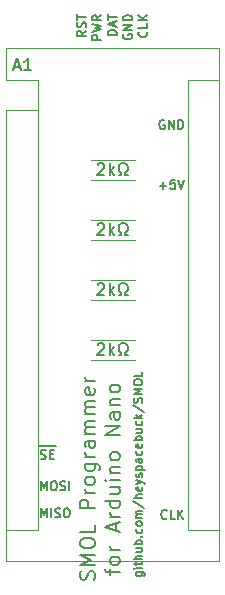
<source format=gbr>
G04 #@! TF.GenerationSoftware,KiCad,Pcbnew,(5.1.2)-1*
G04 #@! TF.CreationDate,2019-05-25T09:46:59-07:00*
G04 #@! TF.ProjectId,programmer,70726f67-7261-46d6-9d65-722e6b696361,rev?*
G04 #@! TF.SameCoordinates,Original*
G04 #@! TF.FileFunction,Legend,Top*
G04 #@! TF.FilePolarity,Positive*
%FSLAX46Y46*%
G04 Gerber Fmt 4.6, Leading zero omitted, Abs format (unit mm)*
G04 Created by KiCad (PCBNEW (5.1.2)-1) date 2019-05-25 09:46:59*
%MOMM*%
%LPD*%
G04 APERTURE LIST*
%ADD10C,0.152400*%
%ADD11C,0.203200*%
%ADD12C,0.158750*%
%ADD13C,0.120000*%
%ADD14C,0.150000*%
G04 APERTURE END LIST*
D10*
X29946600Y-64541400D02*
X30522333Y-64541400D01*
X30590066Y-64575266D01*
X30623933Y-64609133D01*
X30657800Y-64676866D01*
X30657800Y-64778466D01*
X30623933Y-64846200D01*
X30386866Y-64541400D02*
X30420733Y-64609133D01*
X30420733Y-64744600D01*
X30386866Y-64812333D01*
X30353000Y-64846200D01*
X30285266Y-64880066D01*
X30082066Y-64880066D01*
X30014333Y-64846200D01*
X29980466Y-64812333D01*
X29946600Y-64744600D01*
X29946600Y-64609133D01*
X29980466Y-64541400D01*
X30420733Y-64202733D02*
X29946600Y-64202733D01*
X29709533Y-64202733D02*
X29743400Y-64236600D01*
X29777266Y-64202733D01*
X29743400Y-64168866D01*
X29709533Y-64202733D01*
X29777266Y-64202733D01*
X29946600Y-63965666D02*
X29946600Y-63694733D01*
X29709533Y-63864066D02*
X30319133Y-63864066D01*
X30386866Y-63830200D01*
X30420733Y-63762466D01*
X30420733Y-63694733D01*
X30420733Y-63457666D02*
X29709533Y-63457666D01*
X30420733Y-63152866D02*
X30048200Y-63152866D01*
X29980466Y-63186733D01*
X29946600Y-63254466D01*
X29946600Y-63356066D01*
X29980466Y-63423800D01*
X30014333Y-63457666D01*
X29946600Y-62509400D02*
X30420733Y-62509400D01*
X29946600Y-62814200D02*
X30319133Y-62814200D01*
X30386866Y-62780333D01*
X30420733Y-62712600D01*
X30420733Y-62611000D01*
X30386866Y-62543266D01*
X30353000Y-62509400D01*
X30420733Y-62170733D02*
X29709533Y-62170733D01*
X29980466Y-62170733D02*
X29946600Y-62103000D01*
X29946600Y-61967533D01*
X29980466Y-61899800D01*
X30014333Y-61865933D01*
X30082066Y-61832066D01*
X30285266Y-61832066D01*
X30353000Y-61865933D01*
X30386866Y-61899800D01*
X30420733Y-61967533D01*
X30420733Y-62103000D01*
X30386866Y-62170733D01*
X30353000Y-61527266D02*
X30386866Y-61493400D01*
X30420733Y-61527266D01*
X30386866Y-61561133D01*
X30353000Y-61527266D01*
X30420733Y-61527266D01*
X30386866Y-60883800D02*
X30420733Y-60951533D01*
X30420733Y-61087000D01*
X30386866Y-61154733D01*
X30353000Y-61188600D01*
X30285266Y-61222466D01*
X30082066Y-61222466D01*
X30014333Y-61188600D01*
X29980466Y-61154733D01*
X29946600Y-61087000D01*
X29946600Y-60951533D01*
X29980466Y-60883800D01*
X30420733Y-60477400D02*
X30386866Y-60545133D01*
X30353000Y-60579000D01*
X30285266Y-60612866D01*
X30082066Y-60612866D01*
X30014333Y-60579000D01*
X29980466Y-60545133D01*
X29946600Y-60477400D01*
X29946600Y-60375800D01*
X29980466Y-60308066D01*
X30014333Y-60274200D01*
X30082066Y-60240333D01*
X30285266Y-60240333D01*
X30353000Y-60274200D01*
X30386866Y-60308066D01*
X30420733Y-60375800D01*
X30420733Y-60477400D01*
X30420733Y-59935533D02*
X29946600Y-59935533D01*
X30014333Y-59935533D02*
X29980466Y-59901666D01*
X29946600Y-59833933D01*
X29946600Y-59732333D01*
X29980466Y-59664600D01*
X30048200Y-59630733D01*
X30420733Y-59630733D01*
X30048200Y-59630733D02*
X29980466Y-59596866D01*
X29946600Y-59529133D01*
X29946600Y-59427533D01*
X29980466Y-59359800D01*
X30048200Y-59325933D01*
X30420733Y-59325933D01*
X29675666Y-58479266D02*
X30590066Y-59088866D01*
X30420733Y-58242200D02*
X29709533Y-58242200D01*
X30420733Y-57937400D02*
X30048200Y-57937400D01*
X29980466Y-57971266D01*
X29946600Y-58039000D01*
X29946600Y-58140600D01*
X29980466Y-58208333D01*
X30014333Y-58242200D01*
X30386866Y-57327800D02*
X30420733Y-57395533D01*
X30420733Y-57531000D01*
X30386866Y-57598733D01*
X30319133Y-57632600D01*
X30048200Y-57632600D01*
X29980466Y-57598733D01*
X29946600Y-57531000D01*
X29946600Y-57395533D01*
X29980466Y-57327800D01*
X30048200Y-57293933D01*
X30115933Y-57293933D01*
X30183666Y-57632600D01*
X29946600Y-57056866D02*
X30420733Y-56887533D01*
X29946600Y-56718200D02*
X30420733Y-56887533D01*
X30590066Y-56955266D01*
X30623933Y-56989133D01*
X30657800Y-57056866D01*
X30386866Y-56481133D02*
X30420733Y-56413400D01*
X30420733Y-56277933D01*
X30386866Y-56210200D01*
X30319133Y-56176333D01*
X30285266Y-56176333D01*
X30217533Y-56210200D01*
X30183666Y-56277933D01*
X30183666Y-56379533D01*
X30149800Y-56447266D01*
X30082066Y-56481133D01*
X30048200Y-56481133D01*
X29980466Y-56447266D01*
X29946600Y-56379533D01*
X29946600Y-56277933D01*
X29980466Y-56210200D01*
X29946600Y-55871533D02*
X30657800Y-55871533D01*
X29980466Y-55871533D02*
X29946600Y-55803800D01*
X29946600Y-55668333D01*
X29980466Y-55600600D01*
X30014333Y-55566733D01*
X30082066Y-55532866D01*
X30285266Y-55532866D01*
X30353000Y-55566733D01*
X30386866Y-55600600D01*
X30420733Y-55668333D01*
X30420733Y-55803800D01*
X30386866Y-55871533D01*
X30420733Y-54923266D02*
X30048200Y-54923266D01*
X29980466Y-54957133D01*
X29946600Y-55024866D01*
X29946600Y-55160333D01*
X29980466Y-55228066D01*
X30386866Y-54923266D02*
X30420733Y-54991000D01*
X30420733Y-55160333D01*
X30386866Y-55228066D01*
X30319133Y-55261933D01*
X30251400Y-55261933D01*
X30183666Y-55228066D01*
X30149800Y-55160333D01*
X30149800Y-54991000D01*
X30115933Y-54923266D01*
X30386866Y-54279800D02*
X30420733Y-54347533D01*
X30420733Y-54483000D01*
X30386866Y-54550733D01*
X30353000Y-54584600D01*
X30285266Y-54618466D01*
X30082066Y-54618466D01*
X30014333Y-54584600D01*
X29980466Y-54550733D01*
X29946600Y-54483000D01*
X29946600Y-54347533D01*
X29980466Y-54279800D01*
X30386866Y-53704066D02*
X30420733Y-53771800D01*
X30420733Y-53907266D01*
X30386866Y-53975000D01*
X30319133Y-54008866D01*
X30048200Y-54008866D01*
X29980466Y-53975000D01*
X29946600Y-53907266D01*
X29946600Y-53771800D01*
X29980466Y-53704066D01*
X30048200Y-53670200D01*
X30115933Y-53670200D01*
X30183666Y-54008866D01*
X30420733Y-53365400D02*
X29709533Y-53365400D01*
X29980466Y-53365400D02*
X29946600Y-53297666D01*
X29946600Y-53162200D01*
X29980466Y-53094466D01*
X30014333Y-53060600D01*
X30082066Y-53026733D01*
X30285266Y-53026733D01*
X30353000Y-53060600D01*
X30386866Y-53094466D01*
X30420733Y-53162200D01*
X30420733Y-53297666D01*
X30386866Y-53365400D01*
X29946600Y-52417133D02*
X30420733Y-52417133D01*
X29946600Y-52721933D02*
X30319133Y-52721933D01*
X30386866Y-52688066D01*
X30420733Y-52620333D01*
X30420733Y-52518733D01*
X30386866Y-52451000D01*
X30353000Y-52417133D01*
X30386866Y-51773666D02*
X30420733Y-51841400D01*
X30420733Y-51976866D01*
X30386866Y-52044600D01*
X30353000Y-52078466D01*
X30285266Y-52112333D01*
X30082066Y-52112333D01*
X30014333Y-52078466D01*
X29980466Y-52044600D01*
X29946600Y-51976866D01*
X29946600Y-51841400D01*
X29980466Y-51773666D01*
X30420733Y-51468866D02*
X29709533Y-51468866D01*
X30149800Y-51401133D02*
X30420733Y-51197933D01*
X29946600Y-51197933D02*
X30217533Y-51468866D01*
X29675666Y-50385133D02*
X30590066Y-50994733D01*
X30386866Y-50181933D02*
X30420733Y-50080333D01*
X30420733Y-49911000D01*
X30386866Y-49843266D01*
X30353000Y-49809400D01*
X30285266Y-49775533D01*
X30217533Y-49775533D01*
X30149800Y-49809400D01*
X30115933Y-49843266D01*
X30082066Y-49911000D01*
X30048200Y-50046466D01*
X30014333Y-50114200D01*
X29980466Y-50148066D01*
X29912733Y-50181933D01*
X29845000Y-50181933D01*
X29777266Y-50148066D01*
X29743400Y-50114200D01*
X29709533Y-50046466D01*
X29709533Y-49877133D01*
X29743400Y-49775533D01*
X30420733Y-49470733D02*
X29709533Y-49470733D01*
X30217533Y-49233666D01*
X29709533Y-48996600D01*
X30420733Y-48996600D01*
X29709533Y-48522466D02*
X29709533Y-48387000D01*
X29743400Y-48319266D01*
X29811133Y-48251533D01*
X29946600Y-48217666D01*
X30183666Y-48217666D01*
X30319133Y-48251533D01*
X30386866Y-48319266D01*
X30420733Y-48387000D01*
X30420733Y-48522466D01*
X30386866Y-48590200D01*
X30319133Y-48657933D01*
X30183666Y-48691800D01*
X29946600Y-48691800D01*
X29811133Y-48657933D01*
X29743400Y-48590200D01*
X29709533Y-48522466D01*
X30420733Y-47574200D02*
X30420733Y-47912866D01*
X29709533Y-47912866D01*
D11*
X26383947Y-65169142D02*
X26444423Y-64987714D01*
X26444423Y-64685333D01*
X26383947Y-64564380D01*
X26323471Y-64503904D01*
X26202519Y-64443428D01*
X26081566Y-64443428D01*
X25960614Y-64503904D01*
X25900138Y-64564380D01*
X25839661Y-64685333D01*
X25779185Y-64927238D01*
X25718709Y-65048190D01*
X25658233Y-65108666D01*
X25537280Y-65169142D01*
X25416328Y-65169142D01*
X25295376Y-65108666D01*
X25234900Y-65048190D01*
X25174423Y-64927238D01*
X25174423Y-64624857D01*
X25234900Y-64443428D01*
X26444423Y-63899142D02*
X25174423Y-63899142D01*
X26081566Y-63475809D01*
X25174423Y-63052476D01*
X26444423Y-63052476D01*
X25174423Y-62205809D02*
X25174423Y-61963904D01*
X25234900Y-61842952D01*
X25355852Y-61722000D01*
X25597757Y-61661523D01*
X26021090Y-61661523D01*
X26262995Y-61722000D01*
X26383947Y-61842952D01*
X26444423Y-61963904D01*
X26444423Y-62205809D01*
X26383947Y-62326761D01*
X26262995Y-62447714D01*
X26021090Y-62508190D01*
X25597757Y-62508190D01*
X25355852Y-62447714D01*
X25234900Y-62326761D01*
X25174423Y-62205809D01*
X26444423Y-60512476D02*
X26444423Y-61117238D01*
X25174423Y-61117238D01*
X26444423Y-59121523D02*
X25174423Y-59121523D01*
X25174423Y-58637714D01*
X25234900Y-58516761D01*
X25295376Y-58456285D01*
X25416328Y-58395809D01*
X25597757Y-58395809D01*
X25718709Y-58456285D01*
X25779185Y-58516761D01*
X25839661Y-58637714D01*
X25839661Y-59121523D01*
X26444423Y-57851523D02*
X25597757Y-57851523D01*
X25839661Y-57851523D02*
X25718709Y-57791047D01*
X25658233Y-57730571D01*
X25597757Y-57609619D01*
X25597757Y-57488666D01*
X26444423Y-56883904D02*
X26383947Y-57004857D01*
X26323471Y-57065333D01*
X26202519Y-57125809D01*
X25839661Y-57125809D01*
X25718709Y-57065333D01*
X25658233Y-57004857D01*
X25597757Y-56883904D01*
X25597757Y-56702476D01*
X25658233Y-56581523D01*
X25718709Y-56521047D01*
X25839661Y-56460571D01*
X26202519Y-56460571D01*
X26323471Y-56521047D01*
X26383947Y-56581523D01*
X26444423Y-56702476D01*
X26444423Y-56883904D01*
X25597757Y-55372000D02*
X26625852Y-55372000D01*
X26746804Y-55432476D01*
X26807280Y-55492952D01*
X26867757Y-55613904D01*
X26867757Y-55795333D01*
X26807280Y-55916285D01*
X26383947Y-55372000D02*
X26444423Y-55492952D01*
X26444423Y-55734857D01*
X26383947Y-55855809D01*
X26323471Y-55916285D01*
X26202519Y-55976761D01*
X25839661Y-55976761D01*
X25718709Y-55916285D01*
X25658233Y-55855809D01*
X25597757Y-55734857D01*
X25597757Y-55492952D01*
X25658233Y-55372000D01*
X26444423Y-54767238D02*
X25597757Y-54767238D01*
X25839661Y-54767238D02*
X25718709Y-54706761D01*
X25658233Y-54646285D01*
X25597757Y-54525333D01*
X25597757Y-54404380D01*
X26444423Y-53436761D02*
X25779185Y-53436761D01*
X25658233Y-53497238D01*
X25597757Y-53618190D01*
X25597757Y-53860095D01*
X25658233Y-53981047D01*
X26383947Y-53436761D02*
X26444423Y-53557714D01*
X26444423Y-53860095D01*
X26383947Y-53981047D01*
X26262995Y-54041523D01*
X26142042Y-54041523D01*
X26021090Y-53981047D01*
X25960614Y-53860095D01*
X25960614Y-53557714D01*
X25900138Y-53436761D01*
X26444423Y-52832000D02*
X25597757Y-52832000D01*
X25718709Y-52832000D02*
X25658233Y-52771523D01*
X25597757Y-52650571D01*
X25597757Y-52469142D01*
X25658233Y-52348190D01*
X25779185Y-52287714D01*
X26444423Y-52287714D01*
X25779185Y-52287714D02*
X25658233Y-52227238D01*
X25597757Y-52106285D01*
X25597757Y-51924857D01*
X25658233Y-51803904D01*
X25779185Y-51743428D01*
X26444423Y-51743428D01*
X26444423Y-51138666D02*
X25597757Y-51138666D01*
X25718709Y-51138666D02*
X25658233Y-51078190D01*
X25597757Y-50957238D01*
X25597757Y-50775809D01*
X25658233Y-50654857D01*
X25779185Y-50594380D01*
X26444423Y-50594380D01*
X25779185Y-50594380D02*
X25658233Y-50533904D01*
X25597757Y-50412952D01*
X25597757Y-50231523D01*
X25658233Y-50110571D01*
X25779185Y-50050095D01*
X26444423Y-50050095D01*
X26383947Y-48961523D02*
X26444423Y-49082476D01*
X26444423Y-49324380D01*
X26383947Y-49445333D01*
X26262995Y-49505809D01*
X25779185Y-49505809D01*
X25658233Y-49445333D01*
X25597757Y-49324380D01*
X25597757Y-49082476D01*
X25658233Y-48961523D01*
X25779185Y-48901047D01*
X25900138Y-48901047D01*
X26021090Y-49505809D01*
X26444423Y-48356761D02*
X25597757Y-48356761D01*
X25839661Y-48356761D02*
X25718709Y-48296285D01*
X25658233Y-48235809D01*
X25597757Y-48114857D01*
X25597757Y-47993904D01*
X27705957Y-64745809D02*
X27705957Y-64262000D01*
X28552623Y-64564380D02*
X27464052Y-64564380D01*
X27343100Y-64503904D01*
X27282623Y-64382952D01*
X27282623Y-64262000D01*
X28552623Y-63657238D02*
X28492147Y-63778190D01*
X28431671Y-63838666D01*
X28310719Y-63899142D01*
X27947861Y-63899142D01*
X27826909Y-63838666D01*
X27766433Y-63778190D01*
X27705957Y-63657238D01*
X27705957Y-63475809D01*
X27766433Y-63354857D01*
X27826909Y-63294380D01*
X27947861Y-63233904D01*
X28310719Y-63233904D01*
X28431671Y-63294380D01*
X28492147Y-63354857D01*
X28552623Y-63475809D01*
X28552623Y-63657238D01*
X28552623Y-62689619D02*
X27705957Y-62689619D01*
X27947861Y-62689619D02*
X27826909Y-62629142D01*
X27766433Y-62568666D01*
X27705957Y-62447714D01*
X27705957Y-62326761D01*
X28189766Y-60996285D02*
X28189766Y-60391523D01*
X28552623Y-61117238D02*
X27282623Y-60693904D01*
X28552623Y-60270571D01*
X28552623Y-59847238D02*
X27705957Y-59847238D01*
X27947861Y-59847238D02*
X27826909Y-59786761D01*
X27766433Y-59726285D01*
X27705957Y-59605333D01*
X27705957Y-59484380D01*
X28552623Y-58516761D02*
X27282623Y-58516761D01*
X28492147Y-58516761D02*
X28552623Y-58637714D01*
X28552623Y-58879619D01*
X28492147Y-59000571D01*
X28431671Y-59061047D01*
X28310719Y-59121523D01*
X27947861Y-59121523D01*
X27826909Y-59061047D01*
X27766433Y-59000571D01*
X27705957Y-58879619D01*
X27705957Y-58637714D01*
X27766433Y-58516761D01*
X27705957Y-57367714D02*
X28552623Y-57367714D01*
X27705957Y-57912000D02*
X28371195Y-57912000D01*
X28492147Y-57851523D01*
X28552623Y-57730571D01*
X28552623Y-57549142D01*
X28492147Y-57428190D01*
X28431671Y-57367714D01*
X28552623Y-56762952D02*
X27705957Y-56762952D01*
X27282623Y-56762952D02*
X27343100Y-56823428D01*
X27403576Y-56762952D01*
X27343100Y-56702476D01*
X27282623Y-56762952D01*
X27403576Y-56762952D01*
X27705957Y-56158190D02*
X28552623Y-56158190D01*
X27826909Y-56158190D02*
X27766433Y-56097714D01*
X27705957Y-55976761D01*
X27705957Y-55795333D01*
X27766433Y-55674380D01*
X27887385Y-55613904D01*
X28552623Y-55613904D01*
X28552623Y-54827714D02*
X28492147Y-54948666D01*
X28431671Y-55009142D01*
X28310719Y-55069619D01*
X27947861Y-55069619D01*
X27826909Y-55009142D01*
X27766433Y-54948666D01*
X27705957Y-54827714D01*
X27705957Y-54646285D01*
X27766433Y-54525333D01*
X27826909Y-54464857D01*
X27947861Y-54404380D01*
X28310719Y-54404380D01*
X28431671Y-54464857D01*
X28492147Y-54525333D01*
X28552623Y-54646285D01*
X28552623Y-54827714D01*
X28552623Y-52892476D02*
X27282623Y-52892476D01*
X28552623Y-52166761D01*
X27282623Y-52166761D01*
X28552623Y-51017714D02*
X27887385Y-51017714D01*
X27766433Y-51078190D01*
X27705957Y-51199142D01*
X27705957Y-51441047D01*
X27766433Y-51562000D01*
X28492147Y-51017714D02*
X28552623Y-51138666D01*
X28552623Y-51441047D01*
X28492147Y-51562000D01*
X28371195Y-51622476D01*
X28250242Y-51622476D01*
X28129290Y-51562000D01*
X28068814Y-51441047D01*
X28068814Y-51138666D01*
X28008338Y-51017714D01*
X27705957Y-50412952D02*
X28552623Y-50412952D01*
X27826909Y-50412952D02*
X27766433Y-50352476D01*
X27705957Y-50231523D01*
X27705957Y-50050095D01*
X27766433Y-49929142D01*
X27887385Y-49868666D01*
X28552623Y-49868666D01*
X28552623Y-49082476D02*
X28492147Y-49203428D01*
X28431671Y-49263904D01*
X28310719Y-49324380D01*
X27947861Y-49324380D01*
X27826909Y-49263904D01*
X27766433Y-49203428D01*
X27705957Y-49082476D01*
X27705957Y-48901047D01*
X27766433Y-48780095D01*
X27826909Y-48719619D01*
X27947861Y-48659142D01*
X28310719Y-48659142D01*
X28431671Y-48719619D01*
X28492147Y-48780095D01*
X28552623Y-48901047D01*
X28552623Y-49082476D01*
D12*
X32535812Y-59962142D02*
X32499526Y-59998428D01*
X32390669Y-60034714D01*
X32318098Y-60034714D01*
X32209241Y-59998428D01*
X32136669Y-59925857D01*
X32100383Y-59853285D01*
X32064098Y-59708142D01*
X32064098Y-59599285D01*
X32100383Y-59454142D01*
X32136669Y-59381571D01*
X32209241Y-59309000D01*
X32318098Y-59272714D01*
X32390669Y-59272714D01*
X32499526Y-59309000D01*
X32535812Y-59345285D01*
X33225241Y-60034714D02*
X32862383Y-60034714D01*
X32862383Y-59272714D01*
X33479241Y-60034714D02*
X33479241Y-59272714D01*
X33914669Y-60034714D02*
X33588098Y-59599285D01*
X33914669Y-59272714D02*
X33479241Y-59708142D01*
X21693187Y-53854985D02*
X22418901Y-53854985D01*
X21838330Y-54918428D02*
X21947187Y-54954714D01*
X22128616Y-54954714D01*
X22201187Y-54918428D01*
X22237473Y-54882142D01*
X22273758Y-54809571D01*
X22273758Y-54737000D01*
X22237473Y-54664428D01*
X22201187Y-54628142D01*
X22128616Y-54591857D01*
X21983473Y-54555571D01*
X21910901Y-54519285D01*
X21874616Y-54483000D01*
X21838330Y-54410428D01*
X21838330Y-54337857D01*
X21874616Y-54265285D01*
X21910901Y-54229000D01*
X21983473Y-54192714D01*
X22164901Y-54192714D01*
X22273758Y-54229000D01*
X22418901Y-53854985D02*
X23108330Y-53854985D01*
X22600330Y-54555571D02*
X22854330Y-54555571D01*
X22963187Y-54954714D02*
X22600330Y-54954714D01*
X22600330Y-54192714D01*
X22963187Y-54192714D01*
X21874616Y-59907714D02*
X21874616Y-59145714D01*
X22128616Y-59690000D01*
X22382616Y-59145714D01*
X22382616Y-59907714D01*
X22745473Y-59907714D02*
X22745473Y-59145714D01*
X23072044Y-59871428D02*
X23180901Y-59907714D01*
X23362330Y-59907714D01*
X23434901Y-59871428D01*
X23471187Y-59835142D01*
X23507473Y-59762571D01*
X23507473Y-59690000D01*
X23471187Y-59617428D01*
X23434901Y-59581142D01*
X23362330Y-59544857D01*
X23217187Y-59508571D01*
X23144616Y-59472285D01*
X23108330Y-59436000D01*
X23072044Y-59363428D01*
X23072044Y-59290857D01*
X23108330Y-59218285D01*
X23144616Y-59182000D01*
X23217187Y-59145714D01*
X23398616Y-59145714D01*
X23507473Y-59182000D01*
X23979187Y-59145714D02*
X24124330Y-59145714D01*
X24196901Y-59182000D01*
X24269473Y-59254571D01*
X24305758Y-59399714D01*
X24305758Y-59653714D01*
X24269473Y-59798857D01*
X24196901Y-59871428D01*
X24124330Y-59907714D01*
X23979187Y-59907714D01*
X23906616Y-59871428D01*
X23834044Y-59798857D01*
X23797758Y-59653714D01*
X23797758Y-59399714D01*
X23834044Y-59254571D01*
X23906616Y-59182000D01*
X23979187Y-59145714D01*
X21874616Y-57621714D02*
X21874616Y-56859714D01*
X22128616Y-57404000D01*
X22382616Y-56859714D01*
X22382616Y-57621714D01*
X22890616Y-56859714D02*
X23035758Y-56859714D01*
X23108330Y-56896000D01*
X23180901Y-56968571D01*
X23217187Y-57113714D01*
X23217187Y-57367714D01*
X23180901Y-57512857D01*
X23108330Y-57585428D01*
X23035758Y-57621714D01*
X22890616Y-57621714D01*
X22818044Y-57585428D01*
X22745473Y-57512857D01*
X22709187Y-57367714D01*
X22709187Y-57113714D01*
X22745473Y-56968571D01*
X22818044Y-56896000D01*
X22890616Y-56859714D01*
X23507473Y-57585428D02*
X23616330Y-57621714D01*
X23797758Y-57621714D01*
X23870330Y-57585428D01*
X23906616Y-57549142D01*
X23942901Y-57476571D01*
X23942901Y-57404000D01*
X23906616Y-57331428D01*
X23870330Y-57295142D01*
X23797758Y-57258857D01*
X23652616Y-57222571D01*
X23580044Y-57186285D01*
X23543758Y-57150000D01*
X23507473Y-57077428D01*
X23507473Y-57004857D01*
X23543758Y-56932285D01*
X23580044Y-56896000D01*
X23652616Y-56859714D01*
X23834044Y-56859714D01*
X23942901Y-56896000D01*
X24269473Y-57621714D02*
X24269473Y-56859714D01*
X31918955Y-31804428D02*
X32499526Y-31804428D01*
X32209241Y-32094714D02*
X32209241Y-31514142D01*
X33225241Y-31332714D02*
X32862383Y-31332714D01*
X32826098Y-31695571D01*
X32862383Y-31659285D01*
X32934955Y-31623000D01*
X33116383Y-31623000D01*
X33188955Y-31659285D01*
X33225241Y-31695571D01*
X33261526Y-31768142D01*
X33261526Y-31949571D01*
X33225241Y-32022142D01*
X33188955Y-32058428D01*
X33116383Y-32094714D01*
X32934955Y-32094714D01*
X32862383Y-32058428D01*
X32826098Y-32022142D01*
X33479241Y-31332714D02*
X33733241Y-32094714D01*
X33987241Y-31332714D01*
X32318098Y-26289000D02*
X32245526Y-26252714D01*
X32136669Y-26252714D01*
X32027812Y-26289000D01*
X31955241Y-26361571D01*
X31918955Y-26434142D01*
X31882669Y-26579285D01*
X31882669Y-26688142D01*
X31918955Y-26833285D01*
X31955241Y-26905857D01*
X32027812Y-26978428D01*
X32136669Y-27014714D01*
X32209241Y-27014714D01*
X32318098Y-26978428D01*
X32354383Y-26942142D01*
X32354383Y-26688142D01*
X32209241Y-26688142D01*
X32680955Y-27014714D02*
X32680955Y-26252714D01*
X33116383Y-27014714D01*
X33116383Y-26252714D01*
X33479241Y-27014714D02*
X33479241Y-26252714D01*
X33660669Y-26252714D01*
X33769526Y-26289000D01*
X33842098Y-26361571D01*
X33878383Y-26434142D01*
X33914669Y-26579285D01*
X33914669Y-26688142D01*
X33878383Y-26833285D01*
X33842098Y-26905857D01*
X33769526Y-26978428D01*
X33660669Y-27014714D01*
X33479241Y-27014714D01*
X25681214Y-18699616D02*
X25318357Y-18953616D01*
X25681214Y-19135044D02*
X24919214Y-19135044D01*
X24919214Y-18844758D01*
X24955500Y-18772187D01*
X24991785Y-18735901D01*
X25064357Y-18699616D01*
X25173214Y-18699616D01*
X25245785Y-18735901D01*
X25282071Y-18772187D01*
X25318357Y-18844758D01*
X25318357Y-19135044D01*
X25644928Y-18409330D02*
X25681214Y-18300473D01*
X25681214Y-18119044D01*
X25644928Y-18046473D01*
X25608642Y-18010187D01*
X25536071Y-17973901D01*
X25463500Y-17973901D01*
X25390928Y-18010187D01*
X25354642Y-18046473D01*
X25318357Y-18119044D01*
X25282071Y-18264187D01*
X25245785Y-18336758D01*
X25209500Y-18373044D01*
X25136928Y-18409330D01*
X25064357Y-18409330D01*
X24991785Y-18373044D01*
X24955500Y-18336758D01*
X24919214Y-18264187D01*
X24919214Y-18082758D01*
X24955500Y-17973901D01*
X24919214Y-17756187D02*
X24919214Y-17320758D01*
X25681214Y-17538473D02*
X24919214Y-17538473D01*
X26982964Y-19461616D02*
X26220964Y-19461616D01*
X26220964Y-19171330D01*
X26257250Y-19098758D01*
X26293535Y-19062473D01*
X26366107Y-19026187D01*
X26474964Y-19026187D01*
X26547535Y-19062473D01*
X26583821Y-19098758D01*
X26620107Y-19171330D01*
X26620107Y-19461616D01*
X26220964Y-18772187D02*
X26982964Y-18590758D01*
X26438678Y-18445616D01*
X26982964Y-18300473D01*
X26220964Y-18119044D01*
X26982964Y-17393330D02*
X26620107Y-17647330D01*
X26982964Y-17828758D02*
X26220964Y-17828758D01*
X26220964Y-17538473D01*
X26257250Y-17465901D01*
X26293535Y-17429616D01*
X26366107Y-17393330D01*
X26474964Y-17393330D01*
X26547535Y-17429616D01*
X26583821Y-17465901D01*
X26620107Y-17538473D01*
X26620107Y-17828758D01*
X28284714Y-19062473D02*
X27522714Y-19062473D01*
X27522714Y-18881044D01*
X27559000Y-18772187D01*
X27631571Y-18699616D01*
X27704142Y-18663330D01*
X27849285Y-18627044D01*
X27958142Y-18627044D01*
X28103285Y-18663330D01*
X28175857Y-18699616D01*
X28248428Y-18772187D01*
X28284714Y-18881044D01*
X28284714Y-19062473D01*
X28067000Y-18336758D02*
X28067000Y-17973901D01*
X28284714Y-18409330D02*
X27522714Y-18155330D01*
X28284714Y-17901330D01*
X27522714Y-17756187D02*
X27522714Y-17320758D01*
X28284714Y-17538473D02*
X27522714Y-17538473D01*
X28860750Y-18989901D02*
X28824464Y-19062473D01*
X28824464Y-19171330D01*
X28860750Y-19280187D01*
X28933321Y-19352758D01*
X29005892Y-19389044D01*
X29151035Y-19425330D01*
X29259892Y-19425330D01*
X29405035Y-19389044D01*
X29477607Y-19352758D01*
X29550178Y-19280187D01*
X29586464Y-19171330D01*
X29586464Y-19098758D01*
X29550178Y-18989901D01*
X29513892Y-18953616D01*
X29259892Y-18953616D01*
X29259892Y-19098758D01*
X29586464Y-18627044D02*
X28824464Y-18627044D01*
X29586464Y-18191616D01*
X28824464Y-18191616D01*
X29586464Y-17828758D02*
X28824464Y-17828758D01*
X28824464Y-17647330D01*
X28860750Y-17538473D01*
X28933321Y-17465901D01*
X29005892Y-17429616D01*
X29151035Y-17393330D01*
X29259892Y-17393330D01*
X29405035Y-17429616D01*
X29477607Y-17465901D01*
X29550178Y-17538473D01*
X29586464Y-17647330D01*
X29586464Y-17828758D01*
X30815642Y-18772187D02*
X30851928Y-18808473D01*
X30888214Y-18917330D01*
X30888214Y-18989901D01*
X30851928Y-19098758D01*
X30779357Y-19171330D01*
X30706785Y-19207616D01*
X30561642Y-19243901D01*
X30452785Y-19243901D01*
X30307642Y-19207616D01*
X30235071Y-19171330D01*
X30162500Y-19098758D01*
X30126214Y-18989901D01*
X30126214Y-18917330D01*
X30162500Y-18808473D01*
X30198785Y-18772187D01*
X30888214Y-18082758D02*
X30888214Y-18445616D01*
X30126214Y-18445616D01*
X30888214Y-17828758D02*
X30126214Y-17828758D01*
X30888214Y-17393330D02*
X30452785Y-17719901D01*
X30126214Y-17393330D02*
X30561642Y-17828758D01*
D13*
X36960000Y-20190000D02*
X18920000Y-20190000D01*
X36960000Y-63630000D02*
X36960000Y-20190000D01*
X18920000Y-63630000D02*
X36960000Y-63630000D01*
X21590000Y-60960000D02*
X18920000Y-60960000D01*
X21590000Y-25400000D02*
X21590000Y-60960000D01*
X21590000Y-25400000D02*
X18920000Y-25400000D01*
X34290000Y-60960000D02*
X36960000Y-60960000D01*
X34290000Y-22860000D02*
X34290000Y-60960000D01*
X34290000Y-22860000D02*
X36960000Y-22860000D01*
X18920000Y-20190000D02*
X18920000Y-22860000D01*
X18920000Y-25400000D02*
X18920000Y-63630000D01*
X21590000Y-22860000D02*
X18920000Y-22860000D01*
X21590000Y-25400000D02*
X21590000Y-22860000D01*
X29800000Y-29620000D02*
X26080000Y-29620000D01*
X29800000Y-31340000D02*
X26080000Y-31340000D01*
X26080000Y-34700000D02*
X29800000Y-34700000D01*
X26080000Y-36420000D02*
X29800000Y-36420000D01*
X26080000Y-41500000D02*
X29800000Y-41500000D01*
X26080000Y-39780000D02*
X29800000Y-39780000D01*
X26080000Y-44860000D02*
X29800000Y-44860000D01*
X26080000Y-46580000D02*
X29800000Y-46580000D01*
D14*
X19605714Y-21756666D02*
X20081904Y-21756666D01*
X19510476Y-22042380D02*
X19843809Y-21042380D01*
X20177142Y-22042380D01*
X21034285Y-22042380D02*
X20462857Y-22042380D01*
X20748571Y-22042380D02*
X20748571Y-21042380D01*
X20653333Y-21185238D01*
X20558095Y-21280476D01*
X20462857Y-21328095D01*
X26678095Y-30027619D02*
X26725714Y-29980000D01*
X26820952Y-29932380D01*
X27059047Y-29932380D01*
X27154285Y-29980000D01*
X27201904Y-30027619D01*
X27249523Y-30122857D01*
X27249523Y-30218095D01*
X27201904Y-30360952D01*
X26630476Y-30932380D01*
X27249523Y-30932380D01*
X27678095Y-30932380D02*
X27678095Y-29932380D01*
X27773333Y-30551428D02*
X28059047Y-30932380D01*
X28059047Y-30265714D02*
X27678095Y-30646666D01*
X28440000Y-30932380D02*
X28678095Y-30932380D01*
X28678095Y-30741904D01*
X28582857Y-30694285D01*
X28487619Y-30599047D01*
X28440000Y-30456190D01*
X28440000Y-30218095D01*
X28487619Y-30075238D01*
X28582857Y-29980000D01*
X28725714Y-29932380D01*
X28916190Y-29932380D01*
X29059047Y-29980000D01*
X29154285Y-30075238D01*
X29201904Y-30218095D01*
X29201904Y-30456190D01*
X29154285Y-30599047D01*
X29059047Y-30694285D01*
X28963809Y-30741904D01*
X28963809Y-30932380D01*
X29201904Y-30932380D01*
X26678095Y-35107619D02*
X26725714Y-35060000D01*
X26820952Y-35012380D01*
X27059047Y-35012380D01*
X27154285Y-35060000D01*
X27201904Y-35107619D01*
X27249523Y-35202857D01*
X27249523Y-35298095D01*
X27201904Y-35440952D01*
X26630476Y-36012380D01*
X27249523Y-36012380D01*
X27678095Y-36012380D02*
X27678095Y-35012380D01*
X27773333Y-35631428D02*
X28059047Y-36012380D01*
X28059047Y-35345714D02*
X27678095Y-35726666D01*
X28440000Y-36012380D02*
X28678095Y-36012380D01*
X28678095Y-35821904D01*
X28582857Y-35774285D01*
X28487619Y-35679047D01*
X28440000Y-35536190D01*
X28440000Y-35298095D01*
X28487619Y-35155238D01*
X28582857Y-35060000D01*
X28725714Y-35012380D01*
X28916190Y-35012380D01*
X29059047Y-35060000D01*
X29154285Y-35155238D01*
X29201904Y-35298095D01*
X29201904Y-35536190D01*
X29154285Y-35679047D01*
X29059047Y-35774285D01*
X28963809Y-35821904D01*
X28963809Y-36012380D01*
X29201904Y-36012380D01*
X26678095Y-40187619D02*
X26725714Y-40140000D01*
X26820952Y-40092380D01*
X27059047Y-40092380D01*
X27154285Y-40140000D01*
X27201904Y-40187619D01*
X27249523Y-40282857D01*
X27249523Y-40378095D01*
X27201904Y-40520952D01*
X26630476Y-41092380D01*
X27249523Y-41092380D01*
X27678095Y-41092380D02*
X27678095Y-40092380D01*
X27773333Y-40711428D02*
X28059047Y-41092380D01*
X28059047Y-40425714D02*
X27678095Y-40806666D01*
X28440000Y-41092380D02*
X28678095Y-41092380D01*
X28678095Y-40901904D01*
X28582857Y-40854285D01*
X28487619Y-40759047D01*
X28440000Y-40616190D01*
X28440000Y-40378095D01*
X28487619Y-40235238D01*
X28582857Y-40140000D01*
X28725714Y-40092380D01*
X28916190Y-40092380D01*
X29059047Y-40140000D01*
X29154285Y-40235238D01*
X29201904Y-40378095D01*
X29201904Y-40616190D01*
X29154285Y-40759047D01*
X29059047Y-40854285D01*
X28963809Y-40901904D01*
X28963809Y-41092380D01*
X29201904Y-41092380D01*
X26678095Y-45267619D02*
X26725714Y-45220000D01*
X26820952Y-45172380D01*
X27059047Y-45172380D01*
X27154285Y-45220000D01*
X27201904Y-45267619D01*
X27249523Y-45362857D01*
X27249523Y-45458095D01*
X27201904Y-45600952D01*
X26630476Y-46172380D01*
X27249523Y-46172380D01*
X27678095Y-46172380D02*
X27678095Y-45172380D01*
X27773333Y-45791428D02*
X28059047Y-46172380D01*
X28059047Y-45505714D02*
X27678095Y-45886666D01*
X28440000Y-46172380D02*
X28678095Y-46172380D01*
X28678095Y-45981904D01*
X28582857Y-45934285D01*
X28487619Y-45839047D01*
X28440000Y-45696190D01*
X28440000Y-45458095D01*
X28487619Y-45315238D01*
X28582857Y-45220000D01*
X28725714Y-45172380D01*
X28916190Y-45172380D01*
X29059047Y-45220000D01*
X29154285Y-45315238D01*
X29201904Y-45458095D01*
X29201904Y-45696190D01*
X29154285Y-45839047D01*
X29059047Y-45934285D01*
X28963809Y-45981904D01*
X28963809Y-46172380D01*
X29201904Y-46172380D01*
M02*

</source>
